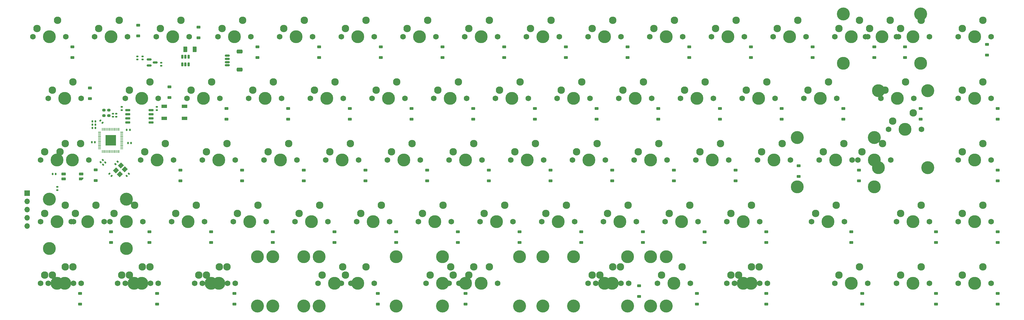
<source format=gbr>
%TF.GenerationSoftware,KiCad,Pcbnew,7.0.1*%
%TF.CreationDate,2023-05-19T15:14:05+03:00*%
%TF.ProjectId,rp2040-bakeneko65,72703230-3430-42d6-9261-6b656e656b6f,rev?*%
%TF.SameCoordinates,Original*%
%TF.FileFunction,Soldermask,Bot*%
%TF.FilePolarity,Negative*%
%FSLAX46Y46*%
G04 Gerber Fmt 4.6, Leading zero omitted, Abs format (unit mm)*
G04 Created by KiCad (PCBNEW 7.0.1) date 2023-05-19 15:14:05*
%MOMM*%
%LPD*%
G01*
G04 APERTURE LIST*
G04 Aperture macros list*
%AMRoundRect*
0 Rectangle with rounded corners*
0 $1 Rounding radius*
0 $2 $3 $4 $5 $6 $7 $8 $9 X,Y pos of 4 corners*
0 Add a 4 corners polygon primitive as box body*
4,1,4,$2,$3,$4,$5,$6,$7,$8,$9,$2,$3,0*
0 Add four circle primitives for the rounded corners*
1,1,$1+$1,$2,$3*
1,1,$1+$1,$4,$5*
1,1,$1+$1,$6,$7*
1,1,$1+$1,$8,$9*
0 Add four rect primitives between the rounded corners*
20,1,$1+$1,$2,$3,$4,$5,0*
20,1,$1+$1,$4,$5,$6,$7,0*
20,1,$1+$1,$6,$7,$8,$9,0*
20,1,$1+$1,$8,$9,$2,$3,0*%
%AMRotRect*
0 Rectangle, with rotation*
0 The origin of the aperture is its center*
0 $1 length*
0 $2 width*
0 $3 Rotation angle, in degrees counterclockwise*
0 Add horizontal line*
21,1,$1,$2,0,0,$3*%
%AMFreePoly0*
4,1,18,-0.410000,0.593000,-0.403758,0.624380,-0.385983,0.650983,-0.359380,0.668758,-0.328000,0.675000,0.328000,0.675000,0.359380,0.668758,0.385983,0.650983,0.403758,0.624380,0.410000,0.593000,0.410000,-0.593000,0.403758,-0.624380,0.385983,-0.650983,0.359380,-0.668758,0.328000,-0.675000,0.000000,-0.675000,-0.410000,-0.265000,-0.410000,0.593000,-0.410000,0.593000,$1*%
G04 Aperture macros list end*
%ADD10RoundRect,0.250000X-0.375000X-0.625000X0.375000X-0.625000X0.375000X0.625000X-0.375000X0.625000X0*%
%ADD11C,1.750000*%
%ADD12C,3.987800*%
%ADD13C,2.300000*%
%ADD14C,4.000000*%
%ADD15R,1.700000X1.700000*%
%ADD16O,1.700000X1.700000*%
%ADD17RoundRect,0.140000X0.140000X0.170000X-0.140000X0.170000X-0.140000X-0.170000X0.140000X-0.170000X0*%
%ADD18RoundRect,0.225000X0.375000X-0.225000X0.375000X0.225000X-0.375000X0.225000X-0.375000X-0.225000X0*%
%ADD19RoundRect,0.140000X0.170000X-0.140000X0.170000X0.140000X-0.170000X0.140000X-0.170000X-0.140000X0*%
%ADD20RoundRect,0.140000X0.219203X0.021213X0.021213X0.219203X-0.219203X-0.021213X-0.021213X-0.219203X0*%
%ADD21RoundRect,0.200000X-0.275000X0.200000X-0.275000X-0.200000X0.275000X-0.200000X0.275000X0.200000X0*%
%ADD22RoundRect,0.082000X0.593000X-0.328000X0.593000X0.328000X-0.593000X0.328000X-0.593000X-0.328000X0*%
%ADD23FreePoly0,90.000000*%
%ADD24RoundRect,0.140000X-0.021213X0.219203X-0.219203X0.021213X0.021213X-0.219203X0.219203X-0.021213X0*%
%ADD25R,1.800000X1.100000*%
%ADD26RoundRect,0.140000X-0.140000X-0.170000X0.140000X-0.170000X0.140000X0.170000X-0.140000X0.170000X0*%
%ADD27RoundRect,0.050000X0.387500X0.050000X-0.387500X0.050000X-0.387500X-0.050000X0.387500X-0.050000X0*%
%ADD28RoundRect,0.050000X0.050000X0.387500X-0.050000X0.387500X-0.050000X-0.387500X0.050000X-0.387500X0*%
%ADD29R,3.200000X3.200000*%
%ADD30RotRect,1.400000X1.200000X45.000000*%
%ADD31RoundRect,0.135000X0.185000X-0.135000X0.185000X0.135000X-0.185000X0.135000X-0.185000X-0.135000X0*%
%ADD32RoundRect,0.140000X0.021213X-0.219203X0.219203X-0.021213X-0.021213X0.219203X-0.219203X0.021213X0*%
%ADD33RoundRect,0.150000X-0.587500X-0.150000X0.587500X-0.150000X0.587500X0.150000X-0.587500X0.150000X0*%
%ADD34RoundRect,0.150000X0.650000X0.150000X-0.650000X0.150000X-0.650000X-0.150000X0.650000X-0.150000X0*%
%ADD35RoundRect,0.140000X-0.170000X0.140000X-0.170000X-0.140000X0.170000X-0.140000X0.170000X0.140000X0*%
%ADD36RoundRect,0.150000X0.150000X-0.475000X0.150000X0.475000X-0.150000X0.475000X-0.150000X-0.475000X0*%
%ADD37RoundRect,0.150000X-0.625000X0.150000X-0.625000X-0.150000X0.625000X-0.150000X0.625000X0.150000X0*%
%ADD38RoundRect,0.250000X-0.650000X0.350000X-0.650000X-0.350000X0.650000X-0.350000X0.650000X0.350000X0*%
%ADD39RoundRect,0.135000X-0.185000X0.135000X-0.185000X-0.135000X0.185000X-0.135000X0.185000X0.135000X0*%
%ADD40RoundRect,0.135000X0.035355X-0.226274X0.226274X-0.035355X-0.035355X0.226274X-0.226274X0.035355X0*%
G04 APERTURE END LIST*
D10*
%TO.C,F1*%
X111122000Y-96774000D03*
X113922000Y-96774000D03*
%TD*%
D11*
%TO.C,SW42*%
X211613750Y-130968750D03*
D12*
X216693750Y-130968750D03*
D11*
X221773750Y-130968750D03*
D13*
X212883750Y-128428750D03*
X219233750Y-125888750D03*
%TD*%
D11*
%TO.C,SW27*%
X244951250Y-111918750D03*
D12*
X250031250Y-111918750D03*
D11*
X255111250Y-111918750D03*
D13*
X246221250Y-109378750D03*
X252571250Y-106838750D03*
%TD*%
D11*
%TO.C,SW76*%
X197326250Y-169068750D03*
D12*
X202406250Y-169068750D03*
D11*
X207486250Y-169068750D03*
D13*
X198596250Y-166528750D03*
X204946250Y-163988750D03*
%TD*%
D11*
%TO.C,SW14*%
X311626250Y-92868750D03*
D12*
X316706250Y-92868750D03*
D11*
X321786250Y-92868750D03*
D13*
X312896250Y-90328750D03*
X319246250Y-87788750D03*
%TD*%
D11*
%TO.C,SW41*%
X192563750Y-130968750D03*
D12*
X197643750Y-130968750D03*
D11*
X202723750Y-130968750D03*
D13*
X193833750Y-128428750D03*
X200183750Y-125888750D03*
%TD*%
D11*
%TO.C,SW39*%
X154463750Y-130968750D03*
D12*
X159543750Y-130968750D03*
D11*
X164623750Y-130968750D03*
D13*
X155733750Y-128428750D03*
X162083750Y-125888750D03*
%TD*%
D11*
%TO.C,SW33*%
X349726250Y-111918750D03*
D12*
X354806250Y-111918750D03*
D11*
X359886250Y-111918750D03*
D13*
X350996250Y-109378750D03*
X357346250Y-106838750D03*
%TD*%
D11*
%TO.C,SW37*%
X116363750Y-130968750D03*
D12*
X121443750Y-130968750D03*
D11*
X126523750Y-130968750D03*
D13*
X117633750Y-128428750D03*
X123983750Y-125888750D03*
%TD*%
D11*
%TO.C,SW43*%
X230663750Y-130968750D03*
D12*
X235743750Y-130968750D03*
D11*
X240823750Y-130968750D03*
D13*
X231933750Y-128428750D03*
X238283750Y-125888750D03*
%TD*%
D11*
%TO.C,SW52*%
X87788750Y-150018750D03*
D12*
X92868750Y-150018750D03*
D11*
X97948750Y-150018750D03*
D13*
X89058750Y-147478750D03*
X95408750Y-144938750D03*
%TD*%
D11*
%TO.C,SW17*%
X330708000Y-92837000D03*
D12*
X335788000Y-92837000D03*
D11*
X340868000Y-92837000D03*
D13*
X331978000Y-90297000D03*
X338328000Y-87757000D03*
%TD*%
D11*
%TO.C,SW68*%
X90170000Y-169068750D03*
D12*
X95250000Y-169068750D03*
D11*
X100330000Y-169068750D03*
D13*
X91440000Y-166528750D03*
X97790000Y-163988750D03*
%TD*%
D11*
%TO.C,SW21*%
X130651250Y-111918750D03*
D12*
X135731250Y-111918750D03*
D11*
X140811250Y-111918750D03*
D13*
X131921250Y-109378750D03*
X138271250Y-106838750D03*
%TD*%
D11*
%TO.C,SW40*%
X173513750Y-130968750D03*
D12*
X178593750Y-130968750D03*
D11*
X183673750Y-130968750D03*
D13*
X174783750Y-128428750D03*
X181133750Y-125888750D03*
%TD*%
D14*
%TO.C,S73*%
X176212500Y-176053750D03*
D12*
X176212500Y-160813750D03*
D14*
X152400000Y-176053750D03*
D12*
X152400000Y-160813750D03*
%TD*%
D11*
%TO.C,SW75*%
X192563750Y-169068750D03*
D12*
X197643750Y-169068750D03*
D11*
X202723750Y-169068750D03*
D13*
X193833750Y-166528750D03*
X200183750Y-163988750D03*
%TD*%
D11*
%TO.C,SW45*%
X268763750Y-130968750D03*
D12*
X273843750Y-130968750D03*
D11*
X278923750Y-130968750D03*
D13*
X270033750Y-128428750D03*
X276383750Y-125888750D03*
%TD*%
D11*
%TO.C,SW7*%
X178276250Y-92868750D03*
D12*
X183356250Y-92868750D03*
D11*
X188436250Y-92868750D03*
D13*
X179546250Y-90328750D03*
X185896250Y-87788750D03*
%TD*%
D11*
%TO.C,SW77*%
X235426250Y-169068750D03*
D12*
X240506250Y-169068750D03*
D11*
X245586250Y-169068750D03*
D13*
X236696250Y-166528750D03*
X243046250Y-163988750D03*
%TD*%
D11*
%TO.C,SW53*%
X106838750Y-150018750D03*
D12*
X111918750Y-150018750D03*
D11*
X116998750Y-150018750D03*
D13*
X108108750Y-147478750D03*
X114458750Y-144938750D03*
%TD*%
D11*
%TO.C,SW56*%
X163988750Y-150018750D03*
D12*
X169068750Y-150018750D03*
D11*
X174148750Y-150018750D03*
D13*
X165258750Y-147478750D03*
X171608750Y-144938750D03*
%TD*%
D11*
%TO.C,SW4*%
X121126250Y-92868750D03*
D12*
X126206250Y-92868750D03*
D11*
X131286250Y-92868750D03*
D13*
X122396250Y-90328750D03*
X128746250Y-87788750D03*
%TD*%
D11*
%TO.C,SW1*%
X63976250Y-92868750D03*
D12*
X69056250Y-92868750D03*
D11*
X74136250Y-92868750D03*
D13*
X65246250Y-90328750D03*
X71596250Y-87788750D03*
%TD*%
D11*
%TO.C,SW80*%
X278288750Y-169068750D03*
D12*
X283368750Y-169068750D03*
D11*
X288448750Y-169068750D03*
D13*
X279558750Y-166528750D03*
X285908750Y-163988750D03*
%TD*%
D11*
%TO.C,SW34*%
X66357500Y-130968750D03*
D12*
X71437500Y-130968750D03*
D11*
X76517500Y-130968750D03*
D13*
X67627500Y-128428750D03*
X73977500Y-125888750D03*
%TD*%
D11*
%TO.C,SW59*%
X221138750Y-150018750D03*
D12*
X226218750Y-150018750D03*
D11*
X231298750Y-150018750D03*
D13*
X222408750Y-147478750D03*
X228758750Y-144938750D03*
%TD*%
D11*
%TO.C,SW9*%
X216376250Y-92868750D03*
D12*
X221456250Y-92868750D03*
D11*
X226536250Y-92868750D03*
D13*
X217646250Y-90328750D03*
X223996250Y-87788750D03*
%TD*%
D15*
%TO.C,J2*%
X62230000Y-141224000D03*
D16*
X62230000Y-143764000D03*
X62230000Y-146304000D03*
X62230000Y-148844000D03*
X62230000Y-151384000D03*
%TD*%
D11*
%TO.C,SW6*%
X159226250Y-92868750D03*
D12*
X164306250Y-92868750D03*
D11*
X169386250Y-92868750D03*
D13*
X160496250Y-90328750D03*
X166846250Y-87788750D03*
%TD*%
D11*
%TO.C,SW81*%
X280670000Y-169068750D03*
D12*
X285750000Y-169068750D03*
D11*
X290830000Y-169068750D03*
D13*
X281940000Y-166528750D03*
X288290000Y-163988750D03*
%TD*%
D14*
%TO.C,S77*%
X259556250Y-176053750D03*
D12*
X259556250Y-160813750D03*
D14*
X221456250Y-176053750D03*
D12*
X221456250Y-160813750D03*
%TD*%
D11*
%TO.C,SW38*%
X135413750Y-130968750D03*
D12*
X140493750Y-130968750D03*
D11*
X145573750Y-130968750D03*
D13*
X136683750Y-128428750D03*
X143033750Y-125888750D03*
%TD*%
D14*
%TO.C,S50*%
X69056250Y-143033750D03*
D12*
X69056250Y-158273750D03*
D14*
X92868750Y-143033750D03*
D12*
X92868750Y-158273750D03*
%TD*%
D11*
%TO.C,SW66*%
X66357500Y-169068750D03*
D12*
X71437500Y-169068750D03*
D11*
X76517500Y-169068750D03*
D13*
X67627500Y-166528750D03*
X73977500Y-163988750D03*
%TD*%
D11*
%TO.C,SW51*%
X75882500Y-150018750D03*
D12*
X80962500Y-150018750D03*
D11*
X86042500Y-150018750D03*
D13*
X77152500Y-147478750D03*
X83502500Y-144938750D03*
%TD*%
D11*
%TO.C,SW55*%
X144938750Y-150018750D03*
D12*
X150018750Y-150018750D03*
D11*
X155098750Y-150018750D03*
D13*
X146208750Y-147478750D03*
X152558750Y-144938750D03*
%TD*%
D11*
%TO.C,SW44*%
X249713750Y-130968750D03*
D12*
X254793750Y-130968750D03*
D11*
X259873750Y-130968750D03*
D13*
X250983750Y-128428750D03*
X257333750Y-125888750D03*
%TD*%
D11*
%TO.C,SW57*%
X183038750Y-150018750D03*
D12*
X188118750Y-150018750D03*
D11*
X193198750Y-150018750D03*
D13*
X184308750Y-147478750D03*
X190658750Y-144938750D03*
%TD*%
D11*
%TO.C,SW30*%
X302101250Y-111918750D03*
D12*
X307181250Y-111918750D03*
D11*
X312261250Y-111918750D03*
D13*
X303371250Y-109378750D03*
X309721250Y-106838750D03*
%TD*%
D11*
%TO.C,SW2*%
X83026250Y-92868750D03*
D12*
X88106250Y-92868750D03*
D11*
X93186250Y-92868750D03*
D13*
X84296250Y-90328750D03*
X90646250Y-87788750D03*
%TD*%
D14*
%TO.C,S78*%
X254793750Y-176053750D03*
D12*
X254793750Y-160813750D03*
D14*
X230981250Y-176053750D03*
D12*
X230981250Y-160813750D03*
%TD*%
D11*
%TO.C,SW84*%
X349726250Y-169068750D03*
D12*
X354806250Y-169068750D03*
D11*
X359886250Y-169068750D03*
D13*
X350996250Y-166528750D03*
X357346250Y-163988750D03*
%TD*%
D11*
%TO.C,SW20*%
X111601250Y-111918750D03*
D12*
X116681250Y-111918750D03*
D11*
X121761250Y-111918750D03*
D13*
X112871250Y-109378750D03*
X119221250Y-106838750D03*
%TD*%
D11*
%TO.C,SW35*%
X71120000Y-130968750D03*
D12*
X76200000Y-130968750D03*
D11*
X81280000Y-130968750D03*
D13*
X72390000Y-128428750D03*
X78740000Y-125888750D03*
%TD*%
D11*
%TO.C,SW18*%
X68738750Y-111918750D03*
D12*
X73818750Y-111918750D03*
D11*
X78898750Y-111918750D03*
D13*
X70008750Y-109378750D03*
X76358750Y-106838750D03*
%TD*%
D11*
%TO.C,SW49*%
X349726250Y-130968750D03*
D12*
X354806250Y-130968750D03*
D11*
X359886250Y-130968750D03*
D13*
X350996250Y-128428750D03*
X357346250Y-125888750D03*
%TD*%
D11*
%TO.C,SW54*%
X125888750Y-150018750D03*
D12*
X130968750Y-150018750D03*
D11*
X136048750Y-150018750D03*
D13*
X127158750Y-147478750D03*
X133508750Y-144938750D03*
%TD*%
D11*
%TO.C,SW73*%
X159226250Y-169068750D03*
D12*
X164306250Y-169068750D03*
D11*
X169386250Y-169068750D03*
D13*
X160496250Y-166528750D03*
X166846250Y-163988750D03*
%TD*%
D11*
%TO.C,SW22*%
X149701250Y-111918750D03*
D12*
X154781250Y-111918750D03*
D11*
X159861250Y-111918750D03*
D13*
X150971250Y-109378750D03*
X157321250Y-106838750D03*
%TD*%
D11*
%TO.C,SW12*%
X273526250Y-92868750D03*
D12*
X278606250Y-92868750D03*
D11*
X283686250Y-92868750D03*
D13*
X274796250Y-90328750D03*
X281146250Y-87788750D03*
%TD*%
D11*
%TO.C,SW62*%
X278288750Y-150018750D03*
D12*
X283368750Y-150018750D03*
D11*
X288448750Y-150018750D03*
D13*
X279558750Y-147478750D03*
X285908750Y-144938750D03*
%TD*%
D11*
%TO.C,SW8*%
X197326250Y-92868750D03*
D12*
X202406250Y-92868750D03*
D11*
X207486250Y-92868750D03*
D13*
X198596250Y-90328750D03*
X204946250Y-87788750D03*
%TD*%
D11*
%TO.C,SW83*%
X330676250Y-169068750D03*
D12*
X335756250Y-169068750D03*
D11*
X340836250Y-169068750D03*
D13*
X331946250Y-166528750D03*
X338296250Y-163988750D03*
%TD*%
D14*
%TO.C,S32*%
X340360000Y-133350000D03*
X340360000Y-109537500D03*
D12*
X325120000Y-133350000D03*
X325120000Y-109537500D03*
%TD*%
D11*
%TO.C,SW46*%
X287813750Y-130968750D03*
D12*
X292893750Y-130968750D03*
D11*
X297973750Y-130968750D03*
D13*
X289083750Y-128428750D03*
X295433750Y-125888750D03*
%TD*%
D11*
%TO.C,SW48*%
X318770000Y-130968750D03*
D12*
X323850000Y-130968750D03*
D11*
X328930000Y-130968750D03*
D13*
X320040000Y-128428750D03*
X326390000Y-125888750D03*
%TD*%
D11*
%TO.C,SW67*%
X68738750Y-169068750D03*
D12*
X73818750Y-169068750D03*
D11*
X78898750Y-169068750D03*
D13*
X70008750Y-166528750D03*
X76358750Y-163988750D03*
%TD*%
D11*
%TO.C,SW61*%
X259238750Y-150018750D03*
D12*
X264318750Y-150018750D03*
D11*
X269398750Y-150018750D03*
D13*
X260508750Y-147478750D03*
X266858750Y-144938750D03*
%TD*%
D11*
%TO.C,SW82*%
X311626250Y-169068750D03*
D12*
X316706250Y-169068750D03*
D11*
X321786250Y-169068750D03*
D13*
X312896250Y-166528750D03*
X319246250Y-163988750D03*
%TD*%
D11*
%TO.C,SW26*%
X225901250Y-111918750D03*
D12*
X230981250Y-111918750D03*
D11*
X236061250Y-111918750D03*
D13*
X227171250Y-109378750D03*
X233521250Y-106838750D03*
%TD*%
D14*
%TO.C,S75*%
X247650000Y-176053750D03*
D12*
X247650000Y-160813750D03*
D14*
X147637500Y-176053750D03*
D12*
X147637500Y-160813750D03*
%TD*%
D11*
%TO.C,SW79*%
X256857500Y-169068750D03*
D12*
X261937500Y-169068750D03*
D11*
X267017500Y-169068750D03*
D13*
X258127500Y-166528750D03*
X264477500Y-163988750D03*
%TD*%
D11*
%TO.C,SW47*%
X306863750Y-130968750D03*
D12*
X311943750Y-130968750D03*
D11*
X317023750Y-130968750D03*
D13*
X308133750Y-128428750D03*
X314483750Y-125888750D03*
%TD*%
D11*
%TO.C,SW32*%
X328295000Y-121443750D03*
D12*
X333375000Y-121443750D03*
D11*
X338455000Y-121443750D03*
D13*
X329565000Y-118903750D03*
X335915000Y-116363750D03*
%TD*%
D14*
%TO.C,S74*%
X247650000Y-176053750D03*
D12*
X247650000Y-160813750D03*
D14*
X133350000Y-176053750D03*
D12*
X133350000Y-160813750D03*
%TD*%
D14*
%TO.C,S47*%
X300037500Y-123983750D03*
D12*
X300037500Y-139223750D03*
D14*
X323850000Y-123983750D03*
D12*
X323850000Y-139223750D03*
%TD*%
D11*
%TO.C,SW10*%
X235426250Y-92868750D03*
D12*
X240506250Y-92868750D03*
D11*
X245586250Y-92868750D03*
D13*
X236696250Y-90328750D03*
X243046250Y-87788750D03*
%TD*%
D11*
%TO.C,SW31*%
X325913750Y-111918750D03*
D12*
X330993750Y-111918750D03*
D11*
X336073750Y-111918750D03*
D13*
X327183750Y-109378750D03*
X333533750Y-106838750D03*
%TD*%
D11*
%TO.C,SW11*%
X254476250Y-92868750D03*
D12*
X259556250Y-92868750D03*
D11*
X264636250Y-92868750D03*
D13*
X255746250Y-90328750D03*
X262096250Y-87788750D03*
%TD*%
D11*
%TO.C,SW70*%
X113982500Y-169068750D03*
D12*
X119062500Y-169068750D03*
D11*
X124142500Y-169068750D03*
D13*
X115252500Y-166528750D03*
X121602500Y-163988750D03*
%TD*%
D11*
%TO.C,SW5*%
X140176250Y-92868750D03*
D12*
X145256250Y-92868750D03*
D11*
X150336250Y-92868750D03*
D13*
X141446250Y-90328750D03*
X147796250Y-87788750D03*
%TD*%
D11*
%TO.C,SW78*%
X237807500Y-169068750D03*
D12*
X242887500Y-169068750D03*
D11*
X247967500Y-169068750D03*
D13*
X239077500Y-166528750D03*
X245427500Y-163988750D03*
%TD*%
D11*
%TO.C,SW16*%
X349758000Y-92837000D03*
D12*
X354838000Y-92837000D03*
D11*
X359918000Y-92837000D03*
D13*
X351028000Y-90297000D03*
X357378000Y-87757000D03*
%TD*%
D11*
%TO.C,SW13*%
X292576250Y-92868750D03*
D12*
X297656250Y-92868750D03*
D11*
X302736250Y-92868750D03*
D13*
X293846250Y-90328750D03*
X300196250Y-87788750D03*
%TD*%
D11*
%TO.C,SW3*%
X102076250Y-92868750D03*
D12*
X107156250Y-92868750D03*
D11*
X112236250Y-92868750D03*
D13*
X103346250Y-90328750D03*
X109696250Y-87788750D03*
%TD*%
D11*
%TO.C,SW72*%
X152082500Y-169068750D03*
D12*
X157162500Y-169068750D03*
D11*
X162242500Y-169068750D03*
D13*
X153352500Y-166528750D03*
X159702500Y-163988750D03*
%TD*%
D11*
%TO.C,SW23*%
X168751250Y-111918750D03*
D12*
X173831250Y-111918750D03*
D11*
X178911250Y-111918750D03*
D13*
X170021250Y-109378750D03*
X176371250Y-106838750D03*
%TD*%
D11*
%TO.C,SW65*%
X349726250Y-150018750D03*
D12*
X354806250Y-150018750D03*
D11*
X359886250Y-150018750D03*
D13*
X350996250Y-147478750D03*
X357346250Y-144938750D03*
%TD*%
D11*
%TO.C,SW69*%
X92551250Y-169068750D03*
D12*
X97631250Y-169068750D03*
D11*
X102711250Y-169068750D03*
D13*
X93821250Y-166528750D03*
X100171250Y-163988750D03*
%TD*%
D11*
%TO.C,SW19*%
X92551250Y-111918750D03*
D12*
X97631250Y-111918750D03*
D11*
X102711250Y-111918750D03*
D13*
X93821250Y-109378750D03*
X100171250Y-106838750D03*
%TD*%
D11*
%TO.C,SW25*%
X206851250Y-111918750D03*
D12*
X211931250Y-111918750D03*
D11*
X217011250Y-111918750D03*
D13*
X208121250Y-109378750D03*
X214471250Y-106838750D03*
%TD*%
D11*
%TO.C,SW74*%
X185420000Y-169068750D03*
D12*
X190500000Y-169068750D03*
D11*
X195580000Y-169068750D03*
D13*
X186690000Y-166528750D03*
X193040000Y-163988750D03*
%TD*%
D11*
%TO.C,SW71*%
X116363750Y-169068750D03*
D12*
X121443750Y-169068750D03*
D11*
X126523750Y-169068750D03*
D13*
X117633750Y-166528750D03*
X123983750Y-163988750D03*
%TD*%
D11*
%TO.C,SW24*%
X187801250Y-111918750D03*
D12*
X192881250Y-111918750D03*
D11*
X197961250Y-111918750D03*
D13*
X189071250Y-109378750D03*
X195421250Y-106838750D03*
%TD*%
D11*
%TO.C,SW60*%
X240188750Y-150018750D03*
D12*
X245268750Y-150018750D03*
D11*
X250348750Y-150018750D03*
D13*
X241458750Y-147478750D03*
X247808750Y-144938750D03*
%TD*%
D14*
%TO.C,S76*%
X214312500Y-176053750D03*
D12*
X214312500Y-160813750D03*
D14*
X190500000Y-176053750D03*
D12*
X190500000Y-160813750D03*
%TD*%
D11*
%TO.C,SW63*%
X304482500Y-150018750D03*
D12*
X309562500Y-150018750D03*
D11*
X314642500Y-150018750D03*
D13*
X305752500Y-147478750D03*
X312102500Y-144938750D03*
%TD*%
D11*
%TO.C,SW50*%
X66357500Y-150018750D03*
D12*
X71437500Y-150018750D03*
D11*
X76517500Y-150018750D03*
D13*
X67627500Y-147478750D03*
X73977500Y-144938750D03*
%TD*%
D11*
%TO.C,SW58*%
X202088750Y-150018750D03*
D12*
X207168750Y-150018750D03*
D11*
X212248750Y-150018750D03*
D13*
X203358750Y-147478750D03*
X209708750Y-144938750D03*
%TD*%
D14*
%TO.C,S72*%
X176212500Y-176053750D03*
D12*
X176212500Y-160813750D03*
D14*
X138112500Y-176053750D03*
D12*
X138112500Y-160813750D03*
%TD*%
D11*
%TO.C,SW36*%
X97313750Y-130968750D03*
D12*
X102393750Y-130968750D03*
D11*
X107473750Y-130968750D03*
D13*
X98583750Y-128428750D03*
X104933750Y-125888750D03*
%TD*%
D11*
%TO.C,SW28*%
X264001250Y-111918750D03*
D12*
X269081250Y-111918750D03*
D11*
X274161250Y-111918750D03*
D13*
X265271250Y-109378750D03*
X271621250Y-106838750D03*
%TD*%
D11*
%TO.C,SW64*%
X330676250Y-150018750D03*
D12*
X335756250Y-150018750D03*
D11*
X340836250Y-150018750D03*
D13*
X331946250Y-147478750D03*
X338296250Y-144938750D03*
%TD*%
D14*
%TO.C,S17*%
X314325000Y-85852000D03*
D12*
X314325000Y-101092000D03*
D14*
X338137500Y-85852000D03*
D12*
X338137500Y-101092000D03*
%TD*%
D11*
%TO.C,SW15*%
X321151250Y-92868750D03*
D12*
X326231250Y-92868750D03*
D11*
X331311250Y-92868750D03*
D13*
X322421250Y-90328750D03*
X328771250Y-87788750D03*
%TD*%
D11*
%TO.C,SW29*%
X283051250Y-111918750D03*
D12*
X288131250Y-111918750D03*
D11*
X293211250Y-111918750D03*
D13*
X284321250Y-109378750D03*
X290671250Y-106838750D03*
%TD*%
D17*
%TO.C,C15*%
X83309194Y-121074731D03*
X82349194Y-121074731D03*
%TD*%
D18*
%TO.C,D29*%
X295275000Y-118331250D03*
X295275000Y-115031250D03*
%TD*%
%TO.C,D56*%
X176212500Y-156431250D03*
X176212500Y-153131250D03*
%TD*%
%TO.C,D40*%
X185737500Y-137381250D03*
X185737500Y-134081250D03*
%TD*%
%TO.C,D14*%
X323850000Y-99281250D03*
X323850000Y-95981250D03*
%TD*%
%TO.C,D39*%
X166687500Y-137381250D03*
X166687500Y-134081250D03*
%TD*%
%TO.C,D49*%
X361950000Y-137381250D03*
X361950000Y-134081250D03*
%TD*%
%TO.C,D43*%
X242887500Y-137381250D03*
X242887500Y-134081250D03*
%TD*%
D17*
%TO.C,C14*%
X83309194Y-120058731D03*
X82349194Y-120058731D03*
%TD*%
D18*
%TO.C,D84*%
X361950000Y-175481250D03*
X361950000Y-172181250D03*
%TD*%
D19*
%TO.C,C5*%
X96266000Y-99893000D03*
X96266000Y-98933000D03*
%TD*%
D18*
%TO.C,D52*%
X100012500Y-156431250D03*
X100012500Y-153131250D03*
%TD*%
%TO.C,D77*%
X251206000Y-173099000D03*
X251206000Y-169799000D03*
%TD*%
%TO.C,D1*%
X76200000Y-99281250D03*
X76200000Y-95981250D03*
%TD*%
D20*
%TO.C,C6*%
X85556411Y-119423822D03*
X84877589Y-118745000D03*
%TD*%
D19*
%TO.C,C1*%
X91440000Y-115514000D03*
X91440000Y-114554000D03*
%TD*%
D18*
%TO.C,D70*%
X126238000Y-175514000D03*
X126238000Y-172214000D03*
%TD*%
D21*
%TO.C,R2*%
X85979000Y-115570000D03*
X85979000Y-117220000D03*
%TD*%
D22*
%TO.C,LED1*%
X73475000Y-135298750D03*
X73475000Y-136798750D03*
X78925000Y-135298750D03*
D23*
X78925000Y-136798750D03*
%TD*%
D17*
%TO.C,C16*%
X83157000Y-125476000D03*
X82197000Y-125476000D03*
%TD*%
D18*
%TO.C,D24*%
X200025000Y-118331250D03*
X200025000Y-115031250D03*
%TD*%
%TO.C,D68*%
X102393750Y-175481250D03*
X102393750Y-172181250D03*
%TD*%
D19*
%TO.C,C8*%
X89789000Y-117574000D03*
X89789000Y-116614000D03*
%TD*%
D18*
%TO.C,D72*%
X170561000Y-175513000D03*
X170561000Y-172213000D03*
%TD*%
%TO.C,D33*%
X361950000Y-118331250D03*
X361950000Y-115031250D03*
%TD*%
%TO.C,D18*%
X81661000Y-112013000D03*
X81661000Y-108713000D03*
%TD*%
%TO.C,D38*%
X147637500Y-137381250D03*
X147637500Y-134081250D03*
%TD*%
D24*
%TO.C,C11*%
X86385194Y-131742731D03*
X85706372Y-132421553D03*
%TD*%
D18*
%TO.C,D35*%
X83439000Y-137285000D03*
X83439000Y-133985000D03*
%TD*%
%TO.C,D51*%
X88106250Y-156431250D03*
X88106250Y-153131250D03*
%TD*%
%TO.C,D37*%
X128587500Y-137381250D03*
X128587500Y-134081250D03*
%TD*%
%TO.C,D30*%
X314325000Y-118331250D03*
X314325000Y-115031250D03*
%TD*%
%TO.C,D46*%
X300482000Y-136016000D03*
X300482000Y-132716000D03*
%TD*%
%TO.C,D7*%
X190500000Y-99281250D03*
X190500000Y-95981250D03*
%TD*%
D25*
%TO.C,SW85*%
X110796000Y-114355000D03*
X104596000Y-114355000D03*
X110796000Y-118055000D03*
X104596000Y-118055000D03*
%TD*%
D18*
%TO.C,D58*%
X214312500Y-156431250D03*
X214312500Y-153131250D03*
%TD*%
%TO.C,D82*%
X320167000Y-175481250D03*
X320167000Y-172181250D03*
%TD*%
%TO.C,D27*%
X257175000Y-118331250D03*
X257175000Y-115031250D03*
%TD*%
D26*
%TO.C,C12*%
X92992000Y-121666000D03*
X93952000Y-121666000D03*
%TD*%
D18*
%TO.C,D80*%
X290512500Y-175481250D03*
X290512500Y-172181250D03*
%TD*%
%TO.C,D5*%
X152400000Y-99281250D03*
X152400000Y-95981250D03*
%TD*%
%TO.C,D64*%
X342900000Y-156431250D03*
X342900000Y-153131250D03*
%TD*%
%TO.C,D61*%
X271462500Y-156431250D03*
X271462500Y-153131250D03*
%TD*%
D27*
%TO.C,U1*%
X91468006Y-122287732D03*
X91468006Y-122687732D03*
X91468006Y-123087732D03*
X91468006Y-123487732D03*
X91468006Y-123887732D03*
X91468006Y-124287732D03*
X91468006Y-124687732D03*
X91468006Y-125087732D03*
X91468006Y-125487732D03*
X91468006Y-125887732D03*
X91468006Y-126287732D03*
X91468006Y-126687732D03*
X91468006Y-127087732D03*
X91468006Y-127487732D03*
D28*
X90630506Y-128325232D03*
X90230506Y-128325232D03*
X89830506Y-128325232D03*
X89430506Y-128325232D03*
X89030506Y-128325232D03*
X88630506Y-128325232D03*
X88230506Y-128325232D03*
X87830506Y-128325232D03*
X87430506Y-128325232D03*
X87030506Y-128325232D03*
X86630506Y-128325232D03*
X86230506Y-128325232D03*
X85830506Y-128325232D03*
X85430506Y-128325232D03*
D27*
X84593006Y-127487732D03*
X84593006Y-127087732D03*
X84593006Y-126687732D03*
X84593006Y-126287732D03*
X84593006Y-125887732D03*
X84593006Y-125487732D03*
X84593006Y-125087732D03*
X84593006Y-124687732D03*
X84593006Y-124287732D03*
X84593006Y-123887732D03*
X84593006Y-123487732D03*
X84593006Y-123087732D03*
X84593006Y-122687732D03*
X84593006Y-122287732D03*
D28*
X85430506Y-121450232D03*
X85830506Y-121450232D03*
X86230506Y-121450232D03*
X86630506Y-121450232D03*
X87030506Y-121450232D03*
X87430506Y-121450232D03*
X87830506Y-121450232D03*
X88230506Y-121450232D03*
X88630506Y-121450232D03*
X89030506Y-121450232D03*
X89430506Y-121450232D03*
X89830506Y-121450232D03*
X90230506Y-121450232D03*
X90630506Y-121450232D03*
D29*
X88030506Y-124887732D03*
%TD*%
D18*
%TO.C,D11*%
X266700000Y-99281250D03*
X266700000Y-95981250D03*
%TD*%
D20*
%TO.C,C3*%
X88350411Y-135848411D03*
X87671589Y-135169589D03*
%TD*%
D18*
%TO.C,D54*%
X138112500Y-156431250D03*
X138112500Y-153131250D03*
%TD*%
%TO.C,D21*%
X142875000Y-118331250D03*
X142875000Y-115031250D03*
%TD*%
%TO.C,D15*%
X333375000Y-99281250D03*
X333375000Y-95981250D03*
%TD*%
D17*
%TO.C,C10*%
X83309194Y-119042731D03*
X82349194Y-119042731D03*
%TD*%
D18*
%TO.C,D65*%
X361950000Y-156431250D03*
X361950000Y-153131250D03*
%TD*%
D30*
%TO.C,Y1*%
X89636218Y-134206708D03*
X91191853Y-132651073D03*
X92393934Y-133853154D03*
X90838299Y-135408789D03*
%TD*%
D18*
%TO.C,D62*%
X290512500Y-156431250D03*
X290512500Y-153131250D03*
%TD*%
%TO.C,D2*%
X96520000Y-92582000D03*
X96520000Y-89282000D03*
%TD*%
%TO.C,D22*%
X161925000Y-118331250D03*
X161925000Y-115031250D03*
%TD*%
%TO.C,D28*%
X276225000Y-118331250D03*
X276225000Y-115031250D03*
%TD*%
D31*
%TO.C,R5*%
X71577200Y-140260800D03*
X71577200Y-139240800D03*
%TD*%
D24*
%TO.C,C7*%
X85623194Y-130980731D03*
X84944372Y-131659553D03*
%TD*%
D18*
%TO.C,D59*%
X233362500Y-156431250D03*
X233362500Y-153131250D03*
%TD*%
%TO.C,D8*%
X209550000Y-99281250D03*
X209550000Y-95981250D03*
%TD*%
%TO.C,D25*%
X219075000Y-118331250D03*
X219075000Y-115031250D03*
%TD*%
%TO.C,D4*%
X133350000Y-99281250D03*
X133350000Y-95981250D03*
%TD*%
%TO.C,D41*%
X204787500Y-137381250D03*
X204787500Y-134081250D03*
%TD*%
%TO.C,D74*%
X197643750Y-175481250D03*
X197643750Y-172181250D03*
%TD*%
%TO.C,D57*%
X195262500Y-156431250D03*
X195262500Y-153131250D03*
%TD*%
%TO.C,D26*%
X238125000Y-118331250D03*
X238125000Y-115031250D03*
%TD*%
%TO.C,D55*%
X157162500Y-156431250D03*
X157162500Y-153131250D03*
%TD*%
%TO.C,D44*%
X261937500Y-137381250D03*
X261937500Y-134081250D03*
%TD*%
%TO.C,D16*%
X358648000Y-98551000D03*
X358648000Y-95251000D03*
%TD*%
D32*
%TO.C,C2*%
X93005589Y-135848411D03*
X93684411Y-135169589D03*
%TD*%
D33*
%TO.C,U3*%
X99900500Y-101788000D03*
X99900500Y-99888000D03*
X101775500Y-100838000D03*
%TD*%
D18*
%TO.C,D19*%
X106172000Y-111632000D03*
X106172000Y-108332000D03*
%TD*%
%TO.C,D36*%
X109537500Y-137381250D03*
X109537500Y-134081250D03*
%TD*%
D26*
%TO.C,C17*%
X93373000Y-125730000D03*
X94333000Y-125730000D03*
%TD*%
D21*
%TO.C,R1*%
X87503000Y-115570000D03*
X87503000Y-117220000D03*
%TD*%
D18*
%TO.C,D12*%
X285750000Y-99281250D03*
X285750000Y-95981250D03*
%TD*%
%TO.C,D10*%
X247650000Y-99281250D03*
X247650000Y-95981250D03*
%TD*%
D34*
%TO.C,U2*%
X100533200Y-115570000D03*
X100533200Y-116840000D03*
X100533200Y-118110000D03*
X100533200Y-119380000D03*
X93333200Y-119380000D03*
X93333200Y-118110000D03*
X93333200Y-116840000D03*
X93333200Y-115570000D03*
%TD*%
D18*
%TO.C,D9*%
X228600000Y-99281250D03*
X228600000Y-95981250D03*
%TD*%
D35*
%TO.C,C4*%
X103632000Y-100866000D03*
X103632000Y-101826000D03*
%TD*%
D36*
%TO.C,U4*%
X112075000Y-101378000D03*
X111125000Y-101378000D03*
X110175000Y-101378000D03*
X110175000Y-99028000D03*
X111125000Y-99028000D03*
X112075000Y-99028000D03*
%TD*%
D37*
%TO.C,J1*%
X124014000Y-98709000D03*
X124014000Y-99709000D03*
X124014000Y-100709000D03*
X124014000Y-101709000D03*
D38*
X127889000Y-97409000D03*
X127889000Y-103009000D03*
%TD*%
D19*
%TO.C,C9*%
X97917000Y-99921000D03*
X97917000Y-98961000D03*
%TD*%
D18*
%TO.C,D83*%
X342900000Y-175481250D03*
X342900000Y-172181250D03*
%TD*%
%TO.C,D20*%
X123825000Y-118331250D03*
X123825000Y-115031250D03*
%TD*%
D26*
%TO.C,C18*%
X70104000Y-135255000D03*
X71064000Y-135255000D03*
%TD*%
D18*
%TO.C,D31*%
X338137500Y-118331250D03*
X338137500Y-115031250D03*
%TD*%
%TO.C,D13*%
X304800000Y-99281250D03*
X304800000Y-95981250D03*
%TD*%
%TO.C,D63*%
X316706250Y-156431250D03*
X316706250Y-153131250D03*
%TD*%
%TO.C,D42*%
X223837500Y-137381250D03*
X223837500Y-134081250D03*
%TD*%
%TO.C,D45*%
X280987500Y-137381250D03*
X280987500Y-134081250D03*
%TD*%
%TO.C,D3*%
X115189000Y-93217000D03*
X115189000Y-89917000D03*
%TD*%
%TO.C,D53*%
X119062500Y-156431250D03*
X119062500Y-153131250D03*
%TD*%
%TO.C,D66*%
X78581250Y-175481250D03*
X78581250Y-172181250D03*
%TD*%
D39*
%TO.C,R3*%
X102260400Y-114501200D03*
X102260400Y-115521200D03*
%TD*%
D40*
%TO.C,R4*%
X89454604Y-132229322D03*
X90175852Y-131508074D03*
%TD*%
D18*
%TO.C,D47*%
X319087500Y-137381250D03*
X319087500Y-134081250D03*
%TD*%
D19*
%TO.C,C13*%
X88773000Y-117574000D03*
X88773000Y-116614000D03*
%TD*%
D18*
%TO.C,D60*%
X252412500Y-156431250D03*
X252412500Y-153131250D03*
%TD*%
%TO.C,D23*%
X180975000Y-118331250D03*
X180975000Y-115031250D03*
%TD*%
%TO.C,D6*%
X171450000Y-99281250D03*
X171450000Y-95981250D03*
%TD*%
%TO.C,D79*%
X269081250Y-175481250D03*
X269081250Y-172181250D03*
%TD*%
M02*

</source>
